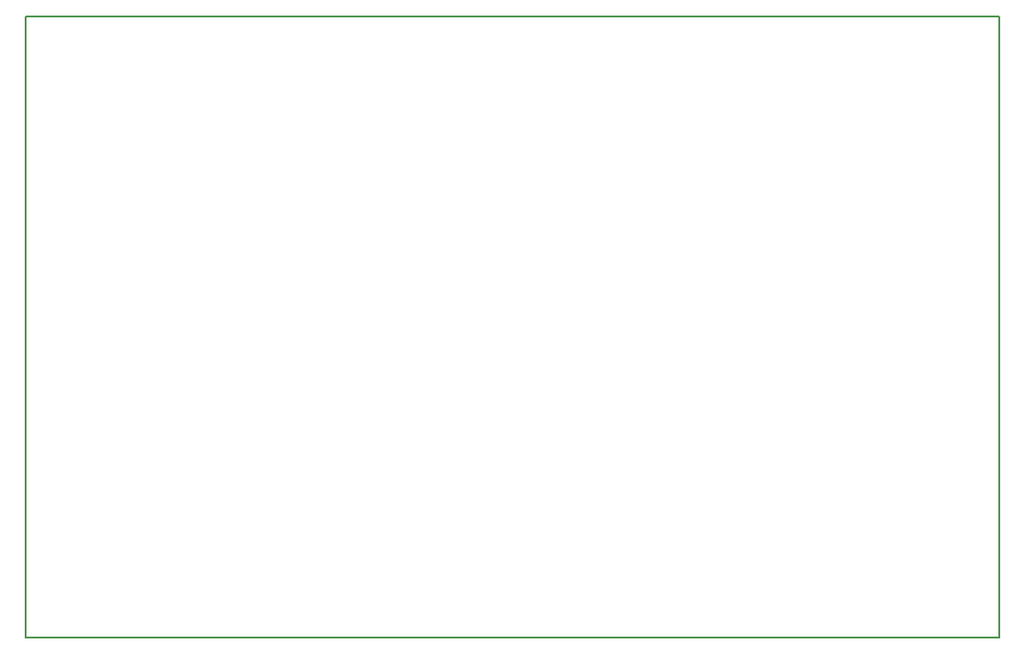
<source format=gm1>
G04 #@! TF.FileFunction,Profile,NP*
%FSLAX46Y46*%
G04 Gerber Fmt 4.6, Leading zero omitted, Abs format (unit mm)*
G04 Created by KiCad (PCBNEW 4.0.2+dfsg1-stable) date fr. 11. mai 2018 kl. 17.00 +0200*
%MOMM*%
G01*
G04 APERTURE LIST*
%ADD10C,0.100000*%
%ADD11C,0.150000*%
G04 APERTURE END LIST*
D10*
D11*
X125000000Y-85000000D02*
X125000000Y-142500000D01*
X215000000Y-85000000D02*
X125000000Y-85000000D01*
X215000000Y-142500000D02*
X215000000Y-85000000D01*
X125000000Y-142500000D02*
X215000000Y-142500000D01*
M02*

</source>
